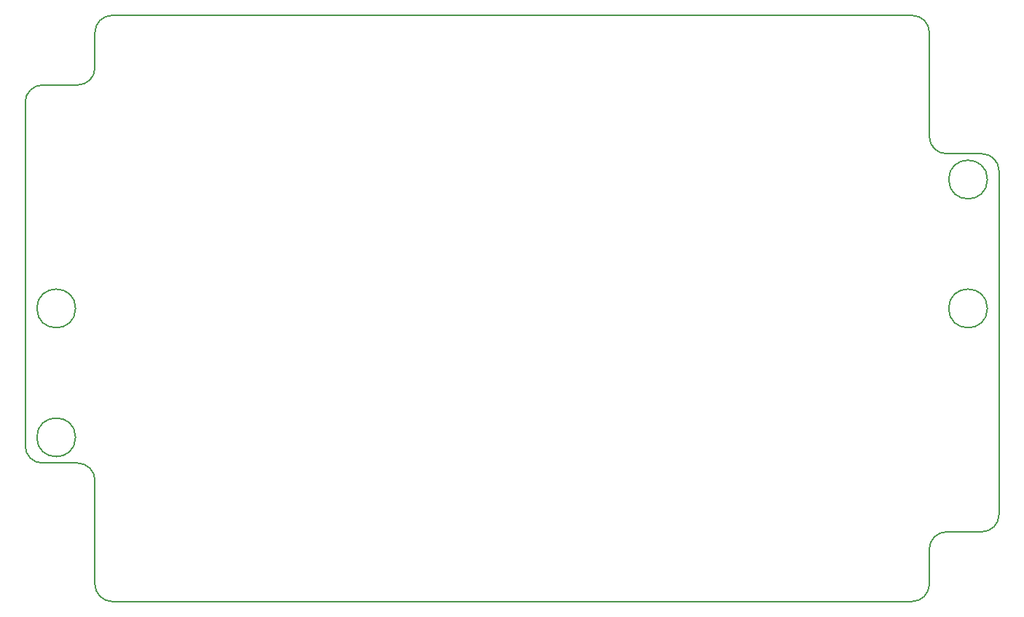
<source format=gbr>
%TF.GenerationSoftware,KiCad,Pcbnew,7.0.10*%
%TF.CreationDate,2024-02-15T22:29:50-05:00*%
%TF.ProjectId,heaterboard-2,68656174-6572-4626-9f61-72642d322e6b,2*%
%TF.SameCoordinates,Original*%
%TF.FileFunction,Profile,NP*%
%FSLAX46Y46*%
G04 Gerber Fmt 4.6, Leading zero omitted, Abs format (unit mm)*
G04 Created by KiCad (PCBNEW 7.0.10) date 2024-02-15 22:29:50*
%MOMM*%
%LPD*%
G01*
G04 APERTURE LIST*
%TA.AperFunction,Profile*%
%ADD10C,0.200000*%
%TD*%
G04 APERTURE END LIST*
D10*
X174720000Y-58020000D02*
X174720000Y-70120000D01*
X181470000Y-75120000D02*
G75*
G03*
X176970000Y-75120000I-2250000J0D01*
G01*
X176970000Y-75120000D02*
G75*
G03*
X181470000Y-75120000I2250000J0D01*
G01*
X77720000Y-122220000D02*
G75*
G03*
X79720000Y-124220000I2000000J0D01*
G01*
X75720000Y-64120000D02*
X71620000Y-64120000D01*
X181470000Y-90120000D02*
G75*
G03*
X176970000Y-90120000I-2250000J0D01*
G01*
X176970000Y-90120000D02*
G75*
G03*
X181470000Y-90120000I2250000J0D01*
G01*
X176720000Y-116120000D02*
G75*
G03*
X174720000Y-118120000I0J-2000000D01*
G01*
X77720000Y-110120000D02*
G75*
G03*
X75720000Y-108120000I-2000000J0D01*
G01*
X69620000Y-66120000D02*
X69620000Y-106120000D01*
X172720000Y-124220000D02*
G75*
G03*
X174720000Y-122220000I0J2000000D01*
G01*
X75720000Y-108120000D02*
X71620000Y-108120000D01*
X174720000Y-58020000D02*
G75*
G03*
X172720000Y-56020000I-2000000J0D01*
G01*
X77720000Y-58020000D02*
X77720000Y-62120000D01*
X75470000Y-105120000D02*
G75*
G03*
X70970000Y-105120000I-2250000J0D01*
G01*
X70970000Y-105120000D02*
G75*
G03*
X75470000Y-105120000I2250000J0D01*
G01*
X180820000Y-116120000D02*
G75*
G03*
X182820000Y-114120000I0J2000000D01*
G01*
X71620000Y-64120000D02*
G75*
G03*
X69620000Y-66120000I0J-2000000D01*
G01*
X69620000Y-106120000D02*
G75*
G03*
X71620000Y-108120000I2000000J0D01*
G01*
X172720000Y-56020000D02*
X79720000Y-56020000D01*
X182820000Y-74120000D02*
X182820000Y-114120000D01*
X77720000Y-110120000D02*
X77720000Y-122220000D01*
X172720000Y-124220000D02*
X79720000Y-124220000D01*
X75720000Y-64120000D02*
G75*
G03*
X77720000Y-62120000I0J2000000D01*
G01*
X176720000Y-116120000D02*
X180820000Y-116120000D01*
X75470000Y-90120000D02*
G75*
G03*
X70970000Y-90120000I-2250000J0D01*
G01*
X70970000Y-90120000D02*
G75*
G03*
X75470000Y-90120000I2250000J0D01*
G01*
X174720000Y-70120000D02*
G75*
G03*
X176720000Y-72120000I2000000J0D01*
G01*
X174720000Y-118120000D02*
X174720000Y-122220000D01*
X79720000Y-56020000D02*
G75*
G03*
X77720000Y-58020000I0J-2000000D01*
G01*
X182820000Y-74120000D02*
G75*
G03*
X180820000Y-72120000I-2000000J0D01*
G01*
X176720000Y-72120000D02*
X180820000Y-72120000D01*
M02*

</source>
